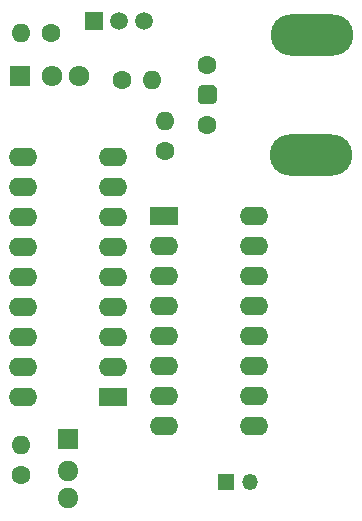
<source format=gbr>
G04 #@! TF.GenerationSoftware,KiCad,Pcbnew,(5.1.5)-3*
G04 #@! TF.CreationDate,2019-12-19T16:48:26+01:00*
G04 #@! TF.ProjectId,LED_multiplexer,4c45445f-6d75-46c7-9469-706c65786572,v01*
G04 #@! TF.SameCoordinates,Original*
G04 #@! TF.FileFunction,Copper,L2,Bot*
G04 #@! TF.FilePolarity,Positive*
%FSLAX46Y46*%
G04 Gerber Fmt 4.6, Leading zero omitted, Abs format (unit mm)*
G04 Created by KiCad (PCBNEW (5.1.5)-3) date 2019-12-19 16:48:26*
%MOMM*%
%LPD*%
G04 APERTURE LIST*
%ADD10C,1.500000*%
%ADD11R,1.500000X1.500000*%
%ADD12C,1.600000*%
%ADD13O,1.600000X1.600000*%
%ADD14R,2.400000X1.600000*%
%ADD15O,2.400000X1.600000*%
%ADD16O,1.800000X1.714500*%
%ADD17R,1.800000X1.714500*%
%ADD18R,1.714500X1.800000*%
%ADD19O,1.714500X1.800000*%
%ADD20R,1.350000X1.350000*%
%ADD21O,1.350000X1.350000*%
%ADD22O,7.000000X3.500000*%
%ADD23C,0.200000*%
G04 APERTURE END LIST*
D10*
X151140000Y-100400000D03*
X153200000Y-100400000D03*
D11*
X149000000Y-100400000D03*
D12*
X155000000Y-111400000D03*
D13*
X155000000Y-108860000D03*
X142800000Y-136260000D03*
D12*
X142800000Y-138800000D03*
X145340000Y-101400000D03*
D13*
X142800000Y-101400000D03*
D14*
X154900000Y-116900000D03*
D15*
X162520000Y-134680000D03*
X154900000Y-119440000D03*
X162520000Y-132140000D03*
X154900000Y-121980000D03*
X162520000Y-129600000D03*
X154900000Y-124520000D03*
X162520000Y-127060000D03*
X154900000Y-127060000D03*
X162520000Y-124520000D03*
X154900000Y-129600000D03*
X162520000Y-121980000D03*
X154900000Y-132140000D03*
X162520000Y-119440000D03*
X154900000Y-134680000D03*
X162520000Y-116900000D03*
D14*
X150600000Y-132200000D03*
D15*
X142980000Y-111880000D03*
X150600000Y-129660000D03*
X142980000Y-114420000D03*
X150600000Y-127120000D03*
X142980000Y-116960000D03*
X150600000Y-124580000D03*
X142980000Y-119500000D03*
X150600000Y-122040000D03*
X142980000Y-122040000D03*
X150600000Y-119500000D03*
X142980000Y-124580000D03*
X150600000Y-116960000D03*
X142980000Y-127120000D03*
X150600000Y-114420000D03*
X142980000Y-129660000D03*
X150600000Y-111880000D03*
X142980000Y-132200000D03*
D16*
X146800000Y-140800000D03*
X146800000Y-138500000D03*
D17*
X146800000Y-135800000D03*
D18*
X142725001Y-105000000D03*
D19*
X145425001Y-105000000D03*
X147725001Y-105000000D03*
D20*
X160200000Y-139400000D03*
D21*
X162200000Y-139400000D03*
D12*
X151400000Y-105400000D03*
D13*
X153940000Y-105400000D03*
D22*
X167490000Y-101520000D03*
X167390000Y-111680000D03*
G04 #@! TA.AperFunction,ComponentPad*
D23*
G36*
X159039207Y-105801926D02*
G01*
X159078036Y-105807686D01*
X159116114Y-105817224D01*
X159153073Y-105830448D01*
X159188559Y-105847231D01*
X159222228Y-105867412D01*
X159253757Y-105890796D01*
X159282843Y-105917157D01*
X159309204Y-105946243D01*
X159332588Y-105977772D01*
X159352769Y-106011441D01*
X159369552Y-106046927D01*
X159382776Y-106083886D01*
X159392314Y-106121964D01*
X159398074Y-106160793D01*
X159400000Y-106200000D01*
X159400000Y-107000000D01*
X159398074Y-107039207D01*
X159392314Y-107078036D01*
X159382776Y-107116114D01*
X159369552Y-107153073D01*
X159352769Y-107188559D01*
X159332588Y-107222228D01*
X159309204Y-107253757D01*
X159282843Y-107282843D01*
X159253757Y-107309204D01*
X159222228Y-107332588D01*
X159188559Y-107352769D01*
X159153073Y-107369552D01*
X159116114Y-107382776D01*
X159078036Y-107392314D01*
X159039207Y-107398074D01*
X159000000Y-107400000D01*
X158200000Y-107400000D01*
X158160793Y-107398074D01*
X158121964Y-107392314D01*
X158083886Y-107382776D01*
X158046927Y-107369552D01*
X158011441Y-107352769D01*
X157977772Y-107332588D01*
X157946243Y-107309204D01*
X157917157Y-107282843D01*
X157890796Y-107253757D01*
X157867412Y-107222228D01*
X157847231Y-107188559D01*
X157830448Y-107153073D01*
X157817224Y-107116114D01*
X157807686Y-107078036D01*
X157801926Y-107039207D01*
X157800000Y-107000000D01*
X157800000Y-106200000D01*
X157801926Y-106160793D01*
X157807686Y-106121964D01*
X157817224Y-106083886D01*
X157830448Y-106046927D01*
X157847231Y-106011441D01*
X157867412Y-105977772D01*
X157890796Y-105946243D01*
X157917157Y-105917157D01*
X157946243Y-105890796D01*
X157977772Y-105867412D01*
X158011441Y-105847231D01*
X158046927Y-105830448D01*
X158083886Y-105817224D01*
X158121964Y-105807686D01*
X158160793Y-105801926D01*
X158200000Y-105800000D01*
X159000000Y-105800000D01*
X159039207Y-105801926D01*
G37*
G04 #@! TD.AperFunction*
D12*
X158600000Y-104060000D03*
X158600000Y-109140000D03*
M02*

</source>
